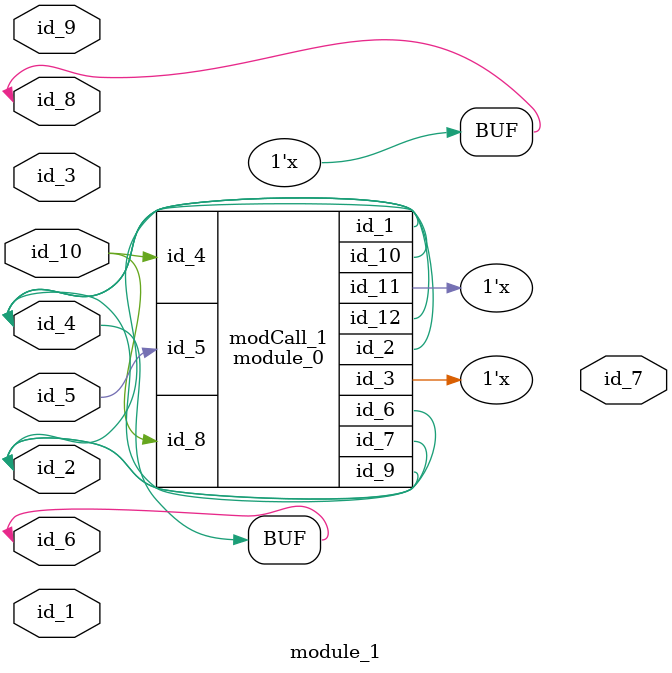
<source format=v>
module module_0 (
    id_1,
    id_2,
    id_3,
    id_4,
    id_5,
    id_6,
    id_7,
    id_8,
    id_9,
    id_10,
    id_11,
    id_12
);
  output wire id_12;
  output wire id_11;
  inout wire id_10;
  output wire id_9;
  input wire id_8;
  inout wire id_7;
  inout wire id_6;
  input wire id_5;
  input wire id_4;
  inout wire id_3;
  inout wire id_2;
  inout wire id_1;
endmodule
module module_1 (
    id_1,
    id_2,
    id_3,
    id_4,
    id_5,
    id_6,
    id_7,
    id_8,
    id_9,
    id_10
);
  input wire id_10;
  inout wire id_9;
  inout wire id_8;
  output wire id_7;
  inout wire id_6;
  input wire id_5;
  inout wire id_4;
  input wire id_3;
  inout wire id_2;
  input wire id_1;
  module_0 modCall_1 (
      id_2,
      id_6,
      id_8,
      id_10,
      id_5,
      id_6,
      id_2,
      id_10,
      id_2,
      id_6,
      id_8,
      id_4
  );
  wire id_11;
  assign id_4 = id_6;
  assign id_8 = id_9[1];
endmodule

</source>
